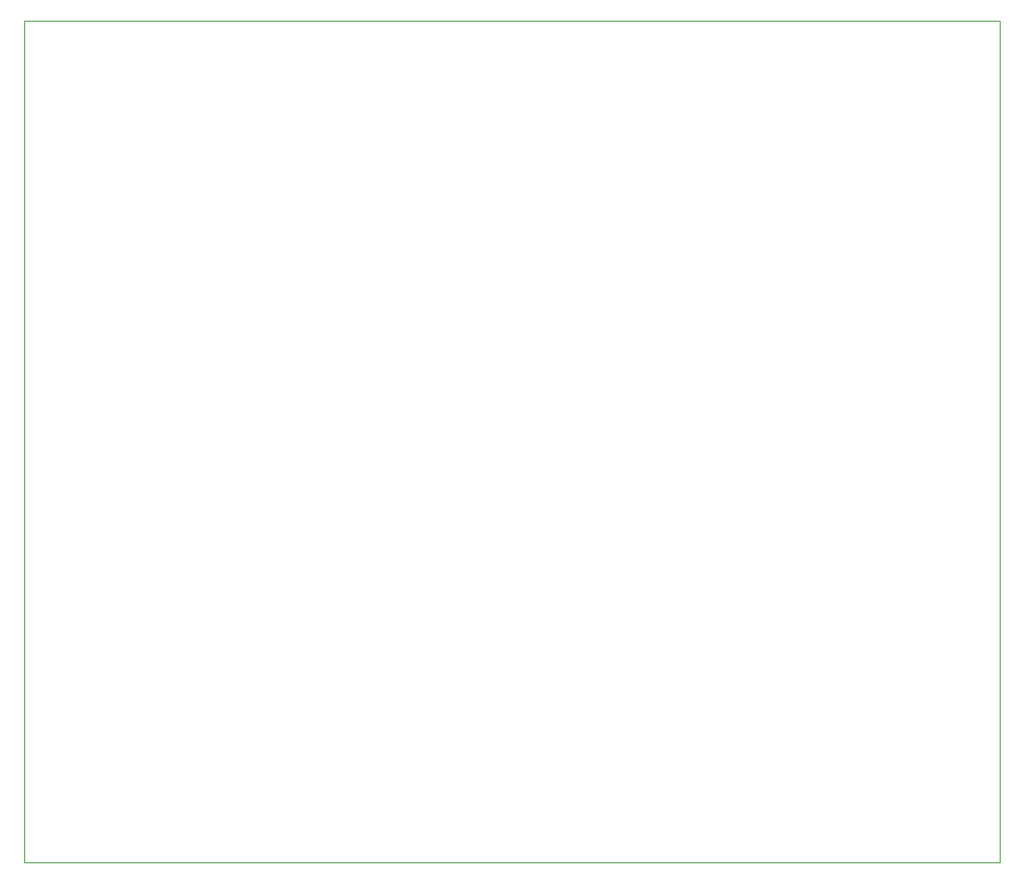
<source format=gbr>
G04 #@! TF.GenerationSoftware,KiCad,Pcbnew,5.1.4-e60b266~84~ubuntu18.04.1*
G04 #@! TF.CreationDate,2019-11-02T11:50:51-04:00*
G04 #@! TF.ProjectId,ib4,6962342e-6b69-4636-9164-5f7063625858,rev?*
G04 #@! TF.SameCoordinates,PXbbaee0PY46dba60*
G04 #@! TF.FileFunction,Profile,NP*
%FSLAX46Y46*%
G04 Gerber Fmt 4.6, Leading zero omitted, Abs format (unit mm)*
G04 Created by KiCad (PCBNEW 5.1.4-e60b266~84~ubuntu18.04.1) date 2019-11-02 11:50:51*
%MOMM*%
%LPD*%
G04 APERTURE LIST*
%ADD10C,0.050000*%
G04 APERTURE END LIST*
D10*
X0Y82300000D02*
X95300000Y82300000D01*
X0Y0D02*
X0Y82300000D01*
X2300000Y0D02*
X0Y0D01*
X95300000Y0D02*
X2300000Y0D01*
X95300000Y0D02*
X95300000Y1000000D01*
X95300000Y1000000D02*
X95300000Y82300000D01*
M02*

</source>
